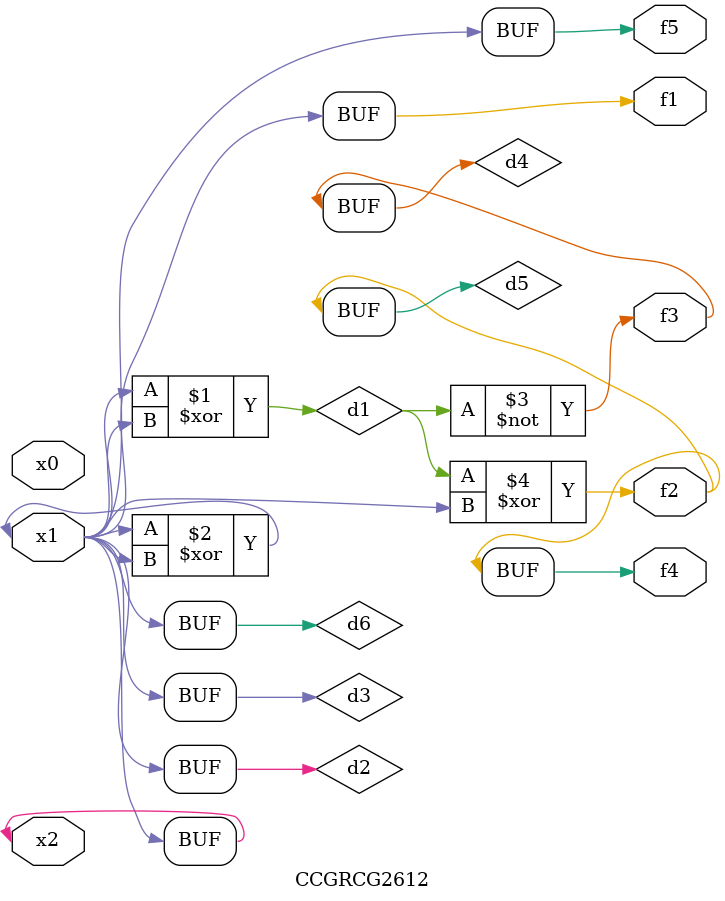
<source format=v>
module CCGRCG2612(
	input x0, x1, x2,
	output f1, f2, f3, f4, f5
);

	wire d1, d2, d3, d4, d5, d6;

	xor (d1, x1, x2);
	buf (d2, x1, x2);
	xor (d3, x1, x2);
	nor (d4, d1);
	xor (d5, d1, d2);
	buf (d6, d2, d3);
	assign f1 = d6;
	assign f2 = d5;
	assign f3 = d4;
	assign f4 = d5;
	assign f5 = d6;
endmodule

</source>
